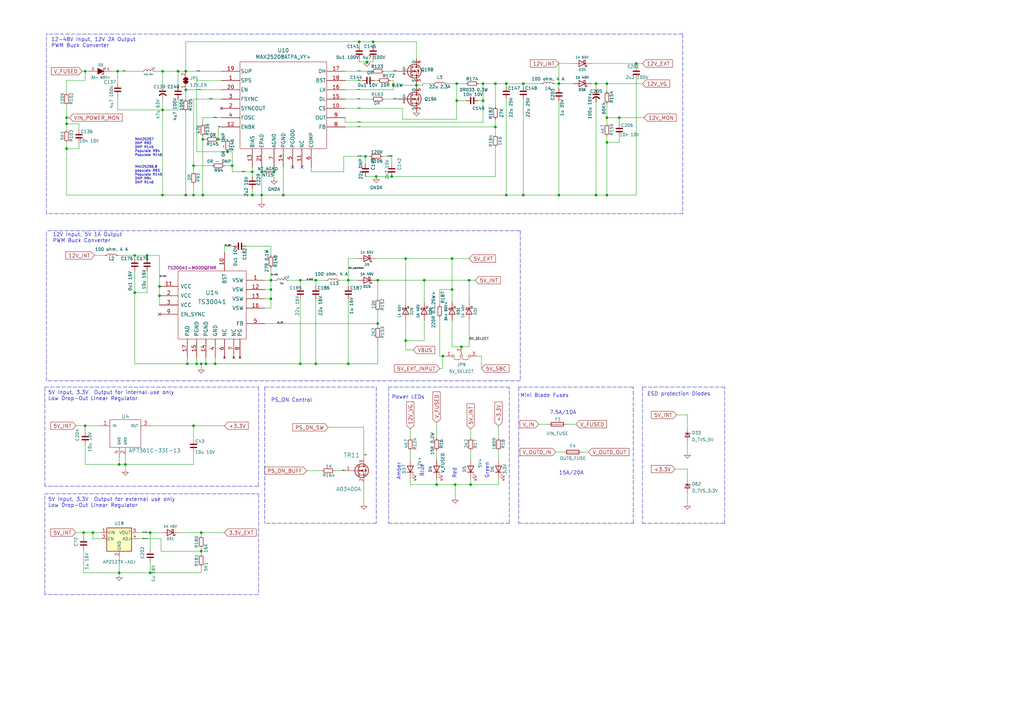
<source format=kicad_sch>
(kicad_sch (version 20211123) (generator eeschema)
  (paper "A3")
  (title_block (title "Duet 3 Main Board") (date "2022-10-05") (rev "1.02") (company "Duet3d") (comment 1 "(c) Duet3D"))
  (junction (at 193.04 198.755))
  (junction (at 248.92 80.01))
  (junction (at 76.2 29.21))
  (junction (at 27.305 48.26))
  (junction (at 80.645 149.225))
  (junction (at 203.2 34.29))
  (junction (at 76.2 80.01))
  (junction (at 84.455 149.225))
  (junction (at 27.305 50.8))
  (junction (at 55.245 104.775))
  (junction (at 83.185 80.01))
  (junction (at 160.655 72.39))
  (junction (at 89.535 57.15))
  (junction (at 79.375 67.945))
  (junction (at 48.895 190.5))
  (junction (at 154.94 132.715))
  (junction (at 82.55 218.44))
  (junction (at 142.875 114.935))
  (junction (at 185.42 118.745))
  (junction (at 79.375 174.625))
  (junction (at 207.645 80.01))
  (junction (at 65.405 121.285))
  (junction (at 198.12 34.29))
  (junction (at 111.125 122.555))
  (junction (at 107.315 80.01))
  (junction (at 65.405 117.475))
  (junction (at 173.99 114.935))
  (junction (at 34.925 174.625))
  (junction (at 185.42 106.045))
  (junction (at 95.25 67.945))
  (junction (at 129.54 114.935))
  (junction (at 179.07 198.755))
  (junction (at 73.025 29.21))
  (junction (at 82.55 226.06))
  (junction (at 170.815 34.925))
  (junction (at 254 48.26))
  (junction (at 142.875 149.225))
  (junction (at 207.645 34.29))
  (junction (at 198.12 41.275))
  (junction (at 153.035 17.145))
  (junction (at 161.29 34.925))
  (junction (at 116.205 80.01))
  (junction (at 203.2 52.07))
  (junction (at 76.2 36.83))
  (junction (at 154.94 114.935))
  (junction (at 82.55 149.225))
  (junction (at 66.675 80.01))
  (junction (at 76.835 149.225))
  (junction (at 149.86 64.135))
  (junction (at 187.325 34.29))
  (junction (at 166.37 139.7))
  (junction (at 66.675 29.21))
  (junction (at 48.895 234.95))
  (junction (at 88.265 149.225))
  (junction (at 248.92 48.26))
  (junction (at 244.475 34.29))
  (junction (at 93.345 62.23))
  (junction (at 55.245 120.015))
  (junction (at 61.595 218.44))
  (junction (at 123.19 149.225))
  (junction (at 79.375 80.01))
  (junction (at 83.185 57.15))
  (junction (at 244.475 80.01))
  (junction (at 27.305 60.96))
  (junction (at 34.925 29.21))
  (junction (at 147.32 17.145))
  (junction (at 248.92 58.42))
  (junction (at 248.92 34.29))
  (junction (at 214.63 34.29))
  (junction (at 187.325 41.275))
  (junction (at 103.505 70.485))
  (junction (at 103.505 80.01))
  (junction (at 107.315 70.485))
  (junction (at 123.19 114.935))
  (junction (at 192.405 114.935))
  (junction (at 60.325 104.775))
  (junction (at 51.435 190.5))
  (junction (at 150.495 25.4))
  (junction (at 229.235 34.29))
  (junction (at 189.23 142.24))
  (junction (at 111.125 118.745))
  (junction (at 112.395 70.485))
  (junction (at 129.54 149.225))
  (junction (at 66.675 45.085))
  (junction (at 34.29 218.44))
  (junction (at 229.235 80.01))
  (junction (at 181.61 146.05))
  (junction (at 111.125 114.935))
  (junction (at 61.595 234.95))
  (junction (at 48.26 29.21))
  (junction (at 260.985 26.035))
  (junction (at 186.69 198.755))
  (junction (at 38.1 218.44))
  (junction (at 154.305 72.39))
  (junction (at 166.37 106.045))
  (junction (at 214.63 80.01))
  (no_connect (at 65.405 128.905))
  (no_connect (at 90.805 44.45))
  (no_connect (at 123.825 68.58))
  (no_connect (at 120.015 68.58))
  (wire (pts (xy 170.815 34.29) (xy 170.815 34.925)))
  (wire (pts (xy 118.11 114.935) (xy 123.19 114.935)))
  (wire (pts (xy 111.125 100.965) (xy 100.965 100.965)))
  (wire (pts (xy 142.875 114.935) (xy 146.685 114.935)))
  (wire (pts (xy 73.025 40.64) (xy 73.025 45.085)))
  (wire (pts (xy 232.41 173.99) (xy 236.22 173.99)))
  (polyline (pts (xy 106.045 199.39) (xy 18.415 199.39)))
  (wire (pts (xy 89.535 52.07) (xy 90.805 52.07)))
  (wire (pts (xy 33.655 29.21) (xy 34.925 29.21)))
  (wire (pts (xy 161.29 33.02) (xy 160.02 33.02)))
  (wire (pts (xy 154.94 127.635) (xy 154.94 132.715)))
  (polyline (pts (xy 208.915 158.75) (xy 159.385 158.75)))
  (wire (pts (xy 153.035 17.145) (xy 153.035 19.05)))
  (wire (pts (xy 48.895 190.5) (xy 51.435 190.5)))
  (wire (pts (xy 141.605 40.64) (xy 152.4 40.64)))
  (wire (pts (xy 48.26 104.775) (xy 55.245 104.775)))
  (wire (pts (xy 56.515 220.98) (xy 66.04 220.98)))
  (wire (pts (xy 281.94 175.895) (xy 281.94 170.18)))
  (wire (pts (xy 60.325 104.775) (xy 65.405 104.775)))
  (wire (pts (xy 48.26 29.21) (xy 48.26 34.29)))
  (wire (pts (xy 66.675 40.64) (xy 66.675 45.085)))
  (wire (pts (xy 193.04 184.785) (xy 193.04 188.595)))
  (wire (pts (xy 79.375 174.625) (xy 79.375 180.34)))
  (wire (pts (xy 141.605 29.21) (xy 152.4 29.21)))
  (wire (pts (xy 34.925 190.5) (xy 34.925 182.245)))
  (wire (pts (xy 108.585 132.715) (xy 154.94 132.715)))
  (wire (pts (xy 89.535 57.15) (xy 93.345 57.15)))
  (wire (pts (xy 141.605 33.02) (xy 148.59 33.02)))
  (wire (pts (xy 129.54 149.225) (xy 142.875 149.225)))
  (wire (pts (xy 113.03 114.935) (xy 111.125 114.935)))
  (wire (pts (xy 214.63 80.01) (xy 207.645 80.01)))
  (polyline (pts (xy 18.415 158.75) (xy 106.045 158.75)))
  (wire (pts (xy 207.645 80.01) (xy 116.205 80.01)))
  (wire (pts (xy 260.985 26.035) (xy 260.985 27.305)))
  (wire (pts (xy 142.875 122.555) (xy 142.875 149.225)))
  (wire (pts (xy 187.325 34.29) (xy 191.135 34.29)))
  (wire (pts (xy 83.185 57.15) (xy 83.185 80.01)))
  (wire (pts (xy 153.035 24.13) (xy 153.035 25.4)))
  (wire (pts (xy 170.815 45.72) (xy 170.815 46.355)))
  (polyline (pts (xy 280.035 87.63) (xy 19.05 87.63)))
  (wire (pts (xy 214.63 34.29) (xy 222.25 34.29)))
  (wire (pts (xy 127.635 68.58) (xy 127.635 70.485)))
  (wire (pts (xy 27.305 50.8) (xy 27.305 53.34)))
  (wire (pts (xy 79.375 174.625) (xy 92.075 174.625)))
  (wire (pts (xy 90.805 40.64) (xy 79.375 40.64)))
  (wire (pts (xy 248.92 42.545) (xy 248.92 48.26)))
  (wire (pts (xy 76.2 29.21) (xy 90.805 29.21)))
  (wire (pts (xy 48.26 45.085) (xy 66.675 45.085)))
  (wire (pts (xy 207.645 34.29) (xy 207.645 35.56)))
  (wire (pts (xy 79.375 80.01) (xy 79.375 75.565)))
  (wire (pts (xy 95.25 62.23) (xy 95.25 67.945)))
  (wire (pts (xy 76.2 36.83) (xy 76.2 40.64)))
  (wire (pts (xy 248.92 80.01) (xy 244.475 80.01)))
  (polyline (pts (xy 208.915 214.63) (xy 208.915 158.75)))
  (wire (pts (xy 244.475 36.83) (xy 244.475 34.29)))
  (wire (pts (xy 61.595 234.95) (xy 82.55 234.95)))
  (wire (pts (xy 48.26 39.37) (xy 48.26 45.085)))
  (polyline (pts (xy 18.415 199.39) (xy 18.415 158.75)))
  (wire (pts (xy 166.37 143.51) (xy 169.545 143.51)))
  (wire (pts (xy 125.73 193.04) (xy 132.08 193.04)))
  (wire (pts (xy 207.645 34.29) (xy 214.63 34.29)))
  (wire (pts (xy 214.63 34.29) (xy 214.63 35.56)))
  (wire (pts (xy 27.305 80.01) (xy 66.675 80.01)))
  (wire (pts (xy 89.535 57.15) (xy 89.535 52.07)))
  (wire (pts (xy 166.37 139.7) (xy 166.37 143.51)))
  (wire (pts (xy 149.225 175.26) (xy 149.225 187.96)))
  (wire (pts (xy 196.215 34.29) (xy 198.12 34.29)))
  (wire (pts (xy 141.605 50.165) (xy 198.12 50.165)))
  (wire (pts (xy 204.47 198.755) (xy 204.47 196.215)))
  (wire (pts (xy 203.2 72.39) (xy 160.655 72.39)))
  (polyline (pts (xy 18.415 202.565) (xy 106.045 202.565)))
  (wire (pts (xy 60.325 104.775) (xy 55.245 104.775)))
  (polyline (pts (xy 108.585 158.75) (xy 154.305 158.75)))
  (wire (pts (xy 197.485 146.05) (xy 197.485 151.13)))
  (wire (pts (xy 170.815 17.145) (xy 170.815 24.13)))
  (wire (pts (xy 229.235 41.275) (xy 229.235 80.01)))
  (wire (pts (xy 173.99 139.7) (xy 166.37 139.7)))
  (polyline (pts (xy 263.525 158.75) (xy 297.18 158.75)))
  (wire (pts (xy 168.275 184.785) (xy 168.275 188.595)))
  (polyline (pts (xy 106.045 158.75) (xy 106.045 199.39)))
  (wire (pts (xy 147.32 17.145) (xy 153.035 17.145)))
  (wire (pts (xy 166.37 106.045) (xy 154.305 106.045)))
  (wire (pts (xy 156.845 64.135) (xy 160.655 64.135)))
  (wire (pts (xy 60.325 106.045) (xy 60.325 104.775)))
  (wire (pts (xy 79.375 67.945) (xy 86.995 67.945)))
  (wire (pts (xy 154.94 114.935) (xy 154.94 122.555)))
  (wire (pts (xy 79.375 40.64) (xy 79.375 67.945)))
  (wire (pts (xy 108.585 118.745) (xy 111.125 118.745)))
  (wire (pts (xy 160.655 64.135) (xy 160.655 67.31)))
  (wire (pts (xy 166.37 131.445) (xy 166.37 139.7)))
  (wire (pts (xy 229.235 34.29) (xy 227.33 34.29)))
  (wire (pts (xy 48.895 190.5) (xy 34.925 190.5)))
  (wire (pts (xy 88.265 149.225) (xy 84.455 149.225)))
  (wire (pts (xy 142.875 114.935) (xy 142.875 106.045)))
  (wire (pts (xy 207.645 40.64) (xy 207.645 80.01)))
  (wire (pts (xy 142.875 117.475) (xy 142.875 114.935)))
  (wire (pts (xy 179.07 173.355) (xy 179.07 179.705)))
  (wire (pts (xy 189.23 142.24) (xy 192.405 142.24)))
  (wire (pts (xy 181.61 146.05) (xy 181.61 151.13)))
  (polyline (pts (xy 213.36 94.615) (xy 213.36 156.21)))
  (wire (pts (xy 61.595 234.95) (xy 61.595 230.505)))
  (wire (pts (xy 83.185 80.01) (xy 79.375 80.01)))
  (wire (pts (xy 65.405 121.285) (xy 65.405 117.475)))
  (wire (pts (xy 281.94 196.85) (xy 281.94 192.405)))
  (wire (pts (xy 141.605 52.07) (xy 203.2 52.07)))
  (wire (pts (xy 34.925 174.625) (xy 41.275 174.625)))
  (polyline (pts (xy 159.385 158.75) (xy 159.385 214.63)))
  (wire (pts (xy 103.505 68.58) (xy 103.505 70.485)))
  (wire (pts (xy 185.42 118.745) (xy 185.42 123.825)))
  (wire (pts (xy 229.235 36.195) (xy 229.235 34.29)))
  (wire (pts (xy 149.86 64.135) (xy 149.86 67.31)))
  (wire (pts (xy 43.18 104.775) (xy 38.735 104.775)))
  (wire (pts (xy 48.895 234.95) (xy 48.895 228.6)))
  (wire (pts (xy 203.2 52.07) (xy 203.2 55.245)))
  (wire (pts (xy 79.375 185.42) (xy 79.375 190.5)))
  (wire (pts (xy 92.075 100.965) (xy 95.885 100.965)))
  (wire (pts (xy 84.455 149.225) (xy 84.455 146.685)))
  (wire (pts (xy 244.475 41.91) (xy 244.475 80.01)))
  (wire (pts (xy 82.55 224.79) (xy 82.55 226.06)))
  (wire (pts (xy 111.125 114.935) (xy 108.585 114.935)))
  (wire (pts (xy 147.32 17.145) (xy 76.2 17.145)))
  (wire (pts (xy 198.12 41.275) (xy 196.215 41.275)))
  (wire (pts (xy 108.585 122.555) (xy 111.125 122.555)))
  (wire (pts (xy 76.2 80.01) (xy 66.675 80.01)))
  (wire (pts (xy 182.88 146.05) (xy 181.61 146.05)))
  (wire (pts (xy 82.55 149.225) (xy 84.455 149.225)))
  (wire (pts (xy 76.2 36.83) (xy 90.805 36.83)))
  (wire (pts (xy 76.835 149.225) (xy 76.835 146.685)))
  (wire (pts (xy 180.34 146.05) (xy 181.61 146.05)))
  (wire (pts (xy 203.2 48.895) (xy 203.2 52.07)))
  (wire (pts (xy 27.305 33.02) (xy 27.305 38.1)))
  (wire (pts (xy 82.55 232.41) (xy 82.55 234.95)))
  (polyline (pts (xy 154.305 158.75) (xy 154.305 214.63)))
  (wire (pts (xy 242.57 26.035) (xy 260.985 26.035)))
  (wire (pts (xy 129.54 114.935) (xy 133.985 114.935)))
  (polyline (pts (xy 159.385 214.63) (xy 208.915 214.63)))
  (wire (pts (xy 112.395 70.485) (xy 112.395 73.025)))
  (wire (pts (xy 60.325 111.125) (xy 60.325 120.015)))
  (wire (pts (xy 197.485 146.05) (xy 195.58 146.05)))
  (wire (pts (xy 229.235 34.29) (xy 234.95 34.29)))
  (wire (pts (xy 51.435 190.5) (xy 51.435 187.325)))
  (wire (pts (xy 73.025 35.56) (xy 73.025 29.21)))
  (wire (pts (xy 103.505 70.485) (xy 103.505 72.39)))
  (wire (pts (xy 76.2 17.145) (xy 76.2 29.21)))
  (wire (pts (xy 186.69 198.755) (xy 193.04 198.755)))
  (wire (pts (xy 116.205 80.01) (xy 116.205 68.58)))
  (wire (pts (xy 260.985 32.385) (xy 260.985 80.01)))
  (wire (pts (xy 179.07 198.755) (xy 179.07 196.215)))
  (wire (pts (xy 170.815 35.56) (xy 170.815 34.925)))
  (wire (pts (xy 203.2 34.29) (xy 198.12 34.29)))
  (polyline (pts (xy 259.715 158.75) (xy 212.725 158.75)))
  (wire (pts (xy 48.895 234.95) (xy 61.595 234.95)))
  (polyline (pts (xy 18.415 243.84) (xy 18.415 202.565)))
  (wire (pts (xy 60.325 120.015) (xy 55.245 120.015)))
  (wire (pts (xy 182.88 34.29) (xy 187.325 34.29)))
  (wire (pts (xy 229.235 80.01) (xy 214.63 80.01)))
  (wire (pts (xy 55.245 106.045) (xy 55.245 104.775)))
  (wire (pts (xy 108.585 126.365) (xy 111.125 126.365)))
  (wire (pts (xy 112.395 68.58) (xy 112.395 70.485)))
  (wire (pts (xy 254 58.42) (xy 248.92 58.42)))
  (wire (pts (xy 129.54 114.935) (xy 123.19 114.935)))
  (wire (pts (xy 229.235 26.035) (xy 229.235 34.29)))
  (wire (pts (xy 111.125 126.365) (xy 111.125 122.555)))
  (wire (pts (xy 242.57 34.29) (xy 244.475 34.29)))
  (wire (pts (xy 142.875 106.045) (xy 146.685 106.045)))
  (wire (pts (xy 181.61 151.13) (xy 180.34 151.13)))
  (wire (pts (xy 180.34 118.745) (xy 185.42 118.745)))
  (wire (pts (xy 149.86 64.135) (xy 151.765 64.135)))
  (wire (pts (xy 51.435 193.675) (xy 51.435 190.5)))
  (wire (pts (xy 150.495 26.035) (xy 150.495 25.4)))
  (wire (pts (xy 65.405 125.095) (xy 65.405 121.285)))
  (wire (pts (xy 180.34 118.745) (xy 180.34 125.095)))
  (wire (pts (xy 248.92 55.88) (xy 248.92 58.42)))
  (wire (pts (xy 140.97 70.485) (xy 140.97 64.135)))
  (wire (pts (xy 157.48 29.21) (xy 163.195 29.21)))
  (wire (pts (xy 150.495 25.4) (xy 147.32 25.4)))
  (wire (pts (xy 82.55 226.06) (xy 66.04 226.06)))
  (wire (pts (xy 248.92 34.29) (xy 263.525 34.29)))
  (wire (pts (xy 244.475 80.01) (xy 229.235 80.01)))
  (wire (pts (xy 83.185 48.26) (xy 90.805 48.26)))
  (wire (pts (xy 227.965 185.42) (xy 231.14 185.42)))
  (wire (pts (xy 34.925 33.02) (xy 34.925 29.21)))
  (wire (pts (xy 82.55 219.71) (xy 82.55 218.44)))
  (wire (pts (xy 141.605 50.165) (xy 141.605 48.26)))
  (wire (pts (xy 123.19 117.475) (xy 123.19 114.935)))
  (wire (pts (xy 254 48.26) (xy 254 50.8)))
  (polyline (pts (xy 280.035 13.97) (xy 280.035 87.63)))
  (wire (pts (xy 63.5 29.21) (xy 66.675 29.21)))
  (polyline (pts (xy 106.045 243.84) (xy 18.415 243.84)))
  (wire (pts (xy 103.505 80.01) (xy 107.315 80.01)))
  (wire (pts (xy 147.32 19.05) (xy 147.32 17.145)))
  (polyline (pts (xy 297.18 214.63) (xy 297.18 158.75)))
  (wire (pts (xy 154.94 114.935) (xy 154.305 114.935)))
  (wire (pts (xy 193.04 175.895) (xy 193.04 179.705)))
  (wire (pts (xy 281.94 170.18) (xy 277.495 170.18)))
  (wire (pts (xy 142.875 114.935) (xy 139.065 114.935)))
  (wire (pts (xy 157.48 40.64) (xy 163.195 40.64)))
  (wire (pts (xy 179.07 198.755) (xy 186.69 198.755)))
  (polyline (pts (xy 19.05 87.63) (xy 19.05 13.97)))
  (wire (pts (xy 123.19 122.555) (xy 123.19 149.225)))
  (wire (pts (xy 140.97 64.135) (xy 149.86 64.135)))
  (wire (pts (xy 185.42 131.445) (xy 185.42 142.24)))
  (wire (pts (xy 82.55 226.06) (xy 82.55 227.33)))
  (wire (pts (xy 82.55 149.225) (xy 82.55 151.765)))
  (wire (pts (xy 185.42 106.045) (xy 166.37 106.045)))
  (wire (pts (xy 142.875 149.225) (xy 154.94 149.225)))
  (wire (pts (xy 192.405 114.935) (xy 192.405 123.825)))
  (wire (pts (xy 254 48.26) (xy 264.16 48.26)))
  (wire (pts (xy 147.32 25.4) (xy 147.32 24.13)))
  (polyline (pts (xy 108.585 158.75) (xy 108.585 214.63)))
  (wire (pts (xy 248.92 48.26) (xy 254 48.26)))
  (wire (pts (xy 193.04 198.755) (xy 193.04 196.215)))
  (wire (pts (xy 93.345 62.23) (xy 95.25 62.23)))
  (wire (pts (xy 65.405 117.475) (xy 65.405 104.775)))
  (wire (pts (xy 173.99 114.935) (xy 192.405 114.935)))
  (wire (pts (xy 123.19 149.225) (xy 129.54 149.225)))
  (wire (pts (xy 55.245 120.015) (xy 55.245 149.225)))
  (wire (pts (xy 238.76 185.42) (xy 241.3 185.42)))
  (polyline (pts (xy 263.525 158.75) (xy 263.525 214.63)))
  (wire (pts (xy 111.125 109.855) (xy 111.125 114.935)))
  (wire (pts (xy 281.94 201.93) (xy 281.94 207.645)))
  (wire (pts (xy 76.2 80.01) (xy 79.375 80.01)))
  (wire (pts (xy 90.805 33.02) (xy 80.645 33.02)))
  (wire (pts (xy 27.305 50.8) (xy 32.385 50.8)))
  (wire (pts (xy 173.355 34.29) (xy 173.355 34.925)))
  (wire (pts (xy 27.305 48.26) (xy 27.305 50.8)))
  (wire (pts (xy 80.645 149.225) (xy 82.55 149.225)))
  (wire (pts (xy 111.125 118.745) (xy 111.125 114.935)))
  (wire (pts (xy 46.355 29.21) (xy 48.26 29.21)))
  (wire (pts (xy 141.605 36.83) (xy 161.29 36.83)))
  (wire (pts (xy 27.305 43.18) (xy 27.305 48.26)))
  (wire (pts (xy 66.675 35.56) (xy 66.675 29.21)))
  (wire (pts (xy 173.99 114.935) (xy 173.99 123.825)))
  (wire (pts (xy 173.99 139.7) (xy 173.99 131.445)))
  (wire (pts (xy 165.1 48.895) (xy 187.325 48.895)))
  (wire (pts (xy 83.185 48.26) (xy 83.185 50.8)))
  (wire (pts (xy 168.275 175.895) (xy 168.275 179.705)))
  (wire (pts (xy 204.47 174.625) (xy 204.47 179.705)))
  (wire (pts (xy 198.12 50.165) (xy 198.12 41.275)))
  (polyline (pts (xy 19.05 156.21) (xy 19.05 94.615)))
  (wire (pts (xy 154.305 72.39) (xy 160.655 72.39)))
  (wire (pts (xy 111.125 122.555) (xy 111.125 118.745)))
  (wire (pts (xy 27.305 60.96) (xy 27.305 80.01)))
  (wire (pts (xy 95.25 70.485) (xy 103.505 70.485)))
  (wire (pts (xy 203.2 43.815) (xy 203.2 34.29)))
  (wire (pts (xy 34.925 177.165) (xy 34.925 174.625)))
  (wire (pts (xy 56.515 218.44) (xy 61.595 218.44)))
  (wire (pts (xy 204.47 184.785) (xy 204.47 188.595)))
  (wire (pts (xy 34.925 29.21) (xy 36.195 29.21)))
  (wire (pts (xy 179.07 198.755) (xy 168.275 198.755)))
  (wire (pts (xy 80.645 33.02) (xy 80.645 62.23)))
  (polyline (pts (xy 213.36 156.21) (xy 19.05 156.21)))
  (wire (pts (xy 76.2 45.72) (xy 76.2 80.01)))
  (polyline (pts (xy 263.525 214.63) (xy 297.18 214.63)))
  (wire (pts (xy 83.185 55.88) (xy 83.185 57.15)))
  (polyline (pts (xy 154.305 214.63) (xy 108.585 214.63)))
  (wire (pts (xy 88.265 146.685) (xy 88.265 149.225)))
  (wire (pts (xy 103.505 80.01) (xy 103.505 77.47)))
  (wire (pts (xy 141.605 44.45) (xy 165.1 44.45)))
  (wire (pts (xy 38.1 220.98) (xy 38.1 218.44)))
  (wire (pts (xy 166.37 106.045) (xy 166.37 123.825)))
  (wire (pts (xy 137.16 193.04) (xy 141.605 193.04)))
  (wire (pts (xy 38.1 218.44) (xy 41.275 218.44)))
  (wire (pts (xy 186.69 198.755) (xy 186.69 205.105)))
  (wire (pts (xy 192.405 131.445) (xy 192.405 142.24)))
  (wire (pts (xy 149.86 72.39) (xy 154.305 72.39)))
  (wire (pts (xy 61.595 174.625) (xy 79.375 174.625)))
  (wire (pts (xy 80.645 149.225) (xy 80.645 146.685)))
  (wire (pts (xy 220.98 173.99) (xy 224.79 173.99)))
  (wire (pts (xy 27.305 58.42) (xy 27.305 60.96)))
  (wire (pts (xy 107.315 70.485) (xy 107.315 68.58)))
  (wire (pts (xy 61.595 218.44) (xy 66.04 218.44)))
  (wire (pts (xy 134.62 175.26) (xy 149.225 175.26)))
  (wire (pts (xy 34.29 218.44) (xy 38.1 218.44)))
  (wire (pts (xy 198.12 34.29) (xy 198.12 41.275)))
  (wire (pts (xy 194.945 114.935) (xy 192.405 114.935)))
  (wire (pts (xy 48.26 29.21) (xy 58.42 29.21)))
  (wire (pts (xy 173.99 114.935) (xy 154.94 114.935)))
  (wire (pts (xy 32.385 50.8) (xy 32.385 53.34)))
  (polyline (pts (xy 259.715 214.63) (xy 259.715 158.75)))
  (wire (pts (xy 73.66 218.44) (xy 82.55 218.44)))
  (wire (pts (xy 185.42 106.045) (xy 192.405 106.045)))
  (wire (pts (xy 153.035 25.4) (xy 150.495 25.4)))
  (wire (pts (xy 248.92 58.42) (xy 248.92 80.01)))
  (wire (pts (xy 165.1 48.895) (xy 165.1 44.45)))
  (wire (pts (xy 95.25 67.945) (xy 95.25 70.485)))
  (wire (pts (xy 154.94 139.065) (xy 154.94 149.225)))
  (wire (pts (xy 61.595 225.425) (xy 61.595 218.44)))
  (wire (pts (xy 281.94 180.975) (xy 281.94 186.69)))
  (wire (pts (xy 48.895 187.325) (xy 48.895 190.5)))
  (wire (pts (xy 83.185 80.01) (xy 103.505 80.01)))
  (wire (pts (xy 55.245 149.225) (xy 76.835 149.225)))
  (wire (pts (xy 66.675 29.21) (xy 73.025 29.21)))
  (wire (pts (xy 187.325 41.275) (xy 191.135 41.275)))
  (wire (pts (xy 154.94 132.715) (xy 154.94 133.985)))
  (wire (pts (xy 168.275 198.755) (xy 168.275 196.215)))
  (wire (pts (xy 28.575 48.26) (xy 27.305 48.26)))
  (wire (pts (xy 244.475 34.29) (xy 248.92 34.29)))
  (wire (pts (xy 80.645 62.23) (xy 93.345 62.23)))
  (wire (pts (xy 127.635 70.485) (xy 140.97 70.485)))
  (wire (pts (xy 179.07 184.785) (xy 179.07 188.595)))
  (wire (pts (xy 185.42 106.045) (xy 185.42 118.745)))
  (wire (pts (xy 170.815 34.925) (xy 161.29 34.925)))
  (wire (pts (xy 41.275 220.98) (xy 38.1 220.98)))
  (wire (pts (xy 34.29 234.95) (xy 48.895 234.95)))
  (wire (pts (xy 107.315 80.01) (xy 116.205 80.01)))
  (wire (pts (xy 248.92 34.29) (xy 248.92 37.465)))
  (wire (pts (xy 129.54 117.475) (xy 129.54 114.935)))
  (polyline (pts (xy 280.035 13.97) (xy 19.05 13.97)))
  (wire (pts (xy 34.29 220.345) (xy 34.29 218.44)))
  (wire (pts (xy 229.235 26.035) (xy 234.95 26.035)))
  (wire (pts (xy 27.305 60.96) (xy 32.385 60.96)))
  (polyline (pts (xy 212.725 214.63) (xy 259.715 214.63)))
  (wire (pts (xy 79.375 67.945) (xy 79.375 70.485)))
  (wire (pts (xy 187.325 41.275) (xy 187.325 48.895)))
  (wire (pts (xy 79.375 190.5) (xy 51.435 190.5)))
  (wire (pts (xy 34.29 225.425) (xy 34.29 234.95)))
  (wire (pts (xy 83.185 57.15) (xy 84.455 57.15)))
  (wire (pts (xy 107.315 80.01) (xy 107.315 70.485)))
  (wire (pts (xy 153.67 33.02) (xy 154.94 33.02)))
  (wire (pts (xy 180.34 130.175) (xy 180.34 146.05)))
  (wire (pts (xy 161.29 34.925) (xy 161.29 36.83)))
  (wire (pts (xy 66.675 45.085) (xy 73.025 45.085)))
  (wire (pts (xy 32.385 60.96) (xy 32.385 58.42)))
  (wire (pts (xy 129.54 149.225) (xy 129.54 122.555)))
  (wire (pts (xy 107.315 80.01) (xy 107.315 83.82)))
  (wire (pts (xy 214.63 40.64) (xy 214.63 80.01)))
  (wire (pts (xy 260.985 26.035) (xy 263.525 26.035)))
  (polyline (pts (xy 106.045 202.565) (xy 106.045 243.84)))
  (wire (pts (xy 185.42 142.24) (xy 189.23 142.24)))
  (polyline (pts (xy 213.36 94.615) (xy 19.05 94.615)))
  (wire (pts (xy 73.025 29.21) (xy 76.2 29.21)))
  (wire (pts (xy 55.245 111.125) (xy 55.245 120.015)))
  (wire (pts (xy 173.355 34.29) (xy 177.8 34.29)))
  (wire (pts (xy 92.075 103.505) (xy 92.075 100.965)))
  (wire (pts (xy 66.04 220.98) (xy 66.04 226.06)))
  (wire (pts (xy 31.115 174.625) (xy 34.925 174.625)))
  (wire (pts (xy 260.985 80.01) (xy 248.92 80.01)))
  (wire (pts (xy 187.325 34.29) (xy 187.325 41.275)))
  (wire (pts (xy 161.29 34.925) (xy 161.29 33.02)))
  (wire (pts (xy 31.115 218.44) (xy 34.29 218.44)))
  (wire (pts (xy 111.125 100.965) (xy 111.125 104.775)))
  (wire (pts (xy 88.265 149.225) (xy 123.19 149.225)))
  (wire (pts (xy 48.895 234.95) (xy 48.895 236.855)))
  (wire (pts (xy 203.2 34.29) (xy 207.645 34.29)))
  (wire (pts (xy 203.2 60.325) (xy 203.2 72.39)))
  (wire (pts (xy 82.55 218.44) (xy 92.075 218.44)))
  (wire (pts (xy 66.675 80.01) (xy 66.675 45.085)))
  (wire (pts (xy 153.035 17.145) (xy 170.815 17.145)))
  (wire (pts (xy 193.04 198.755) (xy 204.47 198.755)))
  (wire (pts (xy 281.94 192.405) (xy 276.86 192.405)))
  (wire (pts (xy 27.305 33.02) (xy 34.925 33.02)))
  (wire (pts (xy 254 55.88) (xy 254 58.42)))
  (wire (pts (xy 92.075 67.945) (xy 95.25 67.945)))
  (wire (pts (xy 173.355 34.925) (xy 170.815 34.925)))
  (wire (pts (xy 149.225 198.12) (xy 149.225 207.645)))
  (wire (pts (xy 248.92 48.26) (xy 248.92 50.8)))
  (polyline (pts (xy 212.725 158.75) (xy 212.725 214.63)))
  (wire (pts (xy 80.645 149.225) (xy 76.835 149.225)))
  (text "Blue" (at 173.99 195.58 90) (effects (font (size 1.524 1.524)) (justify left bottom)))
  (text "5V Input, 3.3V  Output for internal use only\nLow Drop-Out Linear Regulator" (at 19.685 164.465 0) (effects (font (size 1.524 1.524)) (justify left bottom)))
  (text "5V Input, 3.3V  Output for external use only\nLow Drop-Out Linear Regulator" (at 19.685 208.28 0) (effects (font (size 1.524 1.524)) (justify left bottom)))
  (text "Mini Blade Fuses" (at 213.36 163.195 0) (effects (font (size 1.524 1.524)) (justify left bottom)))
  (text "15A/20A\n" (at 229.235 194.945 0) (effects (font (size 1.524 1.524)) (justify left bottom)))
  (text "12V Input, 5V 1A Output\nPWM Buck Converter" (at 21.59 99.695 0) (effects (font (size 1.524 1.524)) (justify left bottom)))
  (text "Amber" (at 164.465 196.85 90) (effects (font (size 1.524 1.524)) (justify left bottom)))
  (text "ESD protection Diodes" (at 265.43 162.56 0) (effects (font (size 1.524 1.524)) (justify left bottom)))
  (text "MAX25207\nDNP R93\nDNP R145\nPopulate R94\nPopulate R146\n\n\nMAX25206,8\npopulate R93\nPopulate R145\nDNP R94\nDNP R146" (at 55.245 75.565 0) (effects (font (size 1 1)) (justify left bottom)))
  (text "Green" (at 200.66 196.215 90) (effects (font (size 1.524 1.524)) (justify left bottom)))
  (text "Power LEDs" (at 160.655 163.83 0) (effects (font (size 1.524 1.524)) (justify left bottom)))
  (text "PS_ON Control" (at 111.125 165.1 0) (effects (font (size 1.524 1.524)) (justify left bottom)))
  (text "12-48V Input, 12V 2A Output\nPWM Buck Converter\n" (at 20.955 19.685 0) (effects (font (size 1.524 1.524)) (justify left bottom)))
  (text "7.5A/10A\n" (at 225.425 170.18 0) (effects (font (size 1.524 1.524)) (justify left bottom)))
  (text "Red" (at 187.325 196.215 90) (effects (font (size 1.524 1.524)) (justify left bottom)))
  (label "5_VOUT" (at 125.73 114.935 0) (effects (font (size 0.508 0.508))))
  (label "12v_sup" (at 80.645 29.21 0) (effects (font (size 0.2 0.2))))
  (label "12v_osc" (at 87.63 48.26 0) (effects (font (size 0.2 0.2))))
  (label "3V3_EXT_ADJ" (at 58.42 220.98 0) (effects (font (size 0.2032 0.2032))))
  (label "3V3_EXT_OUT" (at 58.42 218.44 0) (effects (font (size 0.2032 0.2032))))
  (label "12v_out" (at 146.685 50.165 0) (effects (font (size 0.2 0.2))))
  (label "5V_BST" (at 92.075 100.965 0) (effects (font (size 0.508 0.508))))
  (label "12V_dh" (at 146.685 29.21 0) (effects (font (size 0.2 0.2))))
  (label "5V_FB" (at 113.665 132.715 0) (effects (font (size 0.508 0.508))))
  (label "12v_lx" (at 146.685 36.83 0) (effects (font (size 0.2 0.2))))
  (label "12v_bias" (at 99.06 70.485 0) (effects (font (size 0.2 0.2))))
  (label "5V_VCC" (at 65.405 113.665 0) (effects (font (size 0.508 0.508))))
  (label "12v_dl" (at 146.685 40.64 0) (effects (font (size 0.2 0.2))))
  (label "12v_bst" (at 146.685 33.02 0) (effects (font (size 0.2 0.2))))
  (label "12v_en" (at 81.2618 36.83 0) (effects (font (size 0.2 0.2))))
  (label "5V_VSW" (at 111.125 113.03 0) (effects (font (size 0.508 0.508))))
  (label "12v_dlg" (at 161.29 40.64 0) (effects (font (size 0.2 0.2))))
  (label "enbk" (at 89.535 52.07 0) (effects (font (size 0.2 0.2))))
  (label "TR11_G" (at 140.335 193.04 0) (effects (font (size 0.2032 0.2032))))
  (label "12v_vin" (at 50.165 29.21 0) (effects (font (size 0.2 0.2))))
  (label "12v_dhg" (at 161.29 29.21 0) (effects (font (size 0.2 0.2))))
  (label "12v_comp" (at 146.685 64.135 0) (effects (font (size 0.2 0.2))))
  (label "12v_comp_cap" (at 158.75 64.135 0) (effects (font (size 0.2 0.2))))
  (label "12v_fsync" (at 85.725 40.64 0) (effects (font (size 0.2 0.2))))
  (label "TR11_D" (at 149.225 186.69 0) (effects (font (size 0.2032 0.2032))))
  (label "12v_fb" (at 146.685 52.07 0) (effects (font (size 0.2 0.2))))
  (label "5V_SELECT" (at 192.405 139.7 0) (effects (font (size 1 1))))
  (label "12v_cs" (at 146.685 44.45 0) (effects (font (size 0.2 0.2))))
  (label "5V_common" (at 142.875 110.49 0) (effects (font (size 0.7112 0.7112))))
  (global_label "12V_VG" (shape input) (at 168.275 175.895 90) (effects (font (size 1.524 1.524))) (property "Intersheet References" "${INTERSHEET_REFS}" (effects hide)))
  (global_label "12V_MON" (shape input) (at 264.16 48.26 0) (effects (font (size 1.524 1.524))) (property "Intersheet References" "${INTERSHEET_REFS}" (effects hide)))
  (global_label "5V_EXT_INPUT" (shape input) (at 180.34 151.13 180) (effects (font (size 1.524 1.524))) (property "Intersheet References" "${INTERSHEET_REFS}" (effects hide)))
  (global_label "5V_INT" (shape input) (at 277.495 170.18 180) (effects (font (size 1.524 1.524))) (property "Intersheet References" "${INTERSHEET_REFS}" (effects hide)))
  (global_label "12V_INT" (shape input) (at 229.235 26.035 180) (effects (font (size 1.524 1.524))) (property "Intersheet References" "${INTERSHEET_REFS}" (effects hide)))
  (global_label "12V_EXT" (shape input) (at 263.525 26.035 0) (effects (font (size 1.524 1.524))) (property "Intersheet References" "${INTERSHEET_REFS}" (effects hide)))
  (global_label "VIN_POWER_MON" (shape input) (at 28.575 48.26 0) (effects (font (size 1.524 1.524))) (property "Intersheet References" "${INTERSHEET_REFS}" (effects hide)))
  (global_label "5V_INT" (shape input) (at 193.04 175.895 90) (effects (font (size 1.524 1.524))) (property "Intersheet References" "${INTERSHEET_REFS}" (effects hide)))
  (global_label "V_FUSED" (shape input) (at 33.655 29.21 180) (effects (font (size 1.524 1.524))) (property "Intersheet References" "${INTERSHEET_REFS}" (effects hide)))
  (global_label "VBUS" (shape input) (at 169.545 143.51 0) (effects (font (size 1.524 1.524))) (property "Intersheet References" "${INTERSHEET_REFS}" (effects hide)))
  (global_label "V_FUSED" (shape input) (at 236.22 173.99 0) (effects (font (size 1.524 1.524))) (property "Intersheet References" "${INTERSHEET_REFS}" (effects hide)))
  (global_label "5V_SBC" (shape input) (at 197.485 151.13 0) (effects (font (size 1.524 1.524))) (property "Intersheet References" "${INTERSHEET_REFS}" (effects hide)))
  (global_label "12V_VG" (shape input) (at 263.525 34.29 0) (effects (font (size 1.524 1.524))) (property "Intersheet References" "${INTERSHEET_REFS}" (effects hide)))
  (global_label "5V_INT" (shape input) (at 31.115 174.625 180) (effects (font (size 1.524 1.524))) (property "Intersheet References" "${INTERSHEET_REFS}" (effects hide)))
  (global_label "+3.3V" (shape input) (at 204.47 174.625 90) (effects (font (size 1.524 1.524))) (property "Intersheet References" "${INTERSHEET_REFS}" (effects hide)))
  (global_label "+3.3V" (shape input) (at 276.86 192.405 180) (effects (font (size 1.524 1.524))) (property "Intersheet References" "${INTERSHEET_REFS}" (effects hide)))
  (global_label "5V_INT" (shape input) (at 31.115 218.44 180) (effects (font (size 1.524 1.524))) (property "Intersheet References" "${INTERSHEET_REFS}" (effects hide)))
  (global_label "V_OUT0_OUT" (shape input) (at 241.3 185.42 0) (effects (font (size 1.524 1.524))) (property "Intersheet References" "${INTERSHEET_REFS}" (effects hide)))
  (global_label "+3.3V" (shape input) (at 92.075 174.625 0) (effects (font (size 1.524 1.524))) (property "Intersheet References" "${INTERSHEET_REFS}" (effects hide)))
  (global_label "PS_ON_SW" (shape input) (at 134.62 175.26 180) (effects (font (size 1.524 1.524))) (property "Intersheet References" "${INTERSHEET_REFS}" (effects hide)))
  (global_label "5V_INT" (shape input) (at 194.945 114.935 0) (effects (font (size 1.524 1.524))) (property "Intersheet References" "${INTERSHEET_REFS}" (effects hide)))
  (global_label "V_FUSED" (shape input) (at 179.07 173.355 90) (effects (font (size 1.524 1.524))) (property "Intersheet References" "${INTERSHEET_REFS}" (effects hide)))
  (global_label "PS_ON_BUFF" (shape input) (at 125.73 193.04 180) (effects (font (size 1.524 1.524))) (property "Intersheet References" "${INTERSHEET_REFS}" (effects hide)))
  (global_label "V_OUT0_IN" (shape input) (at 227.965 185.42 180) (effects (font (size 1.524 1.524))) (property "Intersheet References" "${INTERSHEET_REFS}" (effects hide)))
  (global_label "12V_INT" (shape input) (at 38.735 104.775 180) (effects (font (size 1.524 1.524))) (property "Intersheet References" "${INTERSHEET_REFS}" (effects hide)))
  (global_label "5V_EXT" (shape input) (at 192.405 106.045 0) (effects (font (size 1.524 1.524))) (property "Intersheet References" "${INTERSHEET_REFS}" (effects hide)))
  (global_label "V_IN" (shape input) (at 220.98 173.99 180) (effects (font (size 1.524 1.524))) (property "Intersheet References" "${INTERSHEET_REFS}" (effects hide)))
  (global_label "3.3V_EXT" (shape input) (at 92.075 218.44 0) (effects (font (size 1.524 1.524))) (property "Intersheet References" "${INTERSHEET_REFS}" (effects hide)))
  (symbol (lib_id "Duet3:C_SMALL") (at 79.375 182.88 0) (unit 1)
    (property "Reference" "C43" (at 80.01 180.975 0) (effects (justify left)))
    (property "Value" "10u 10V" (at 80.01 185.42 0) (effects (justify left)))
    (property "Footprint" "Capacitor_SMD:C_0805_2012Metric" (effects hide))
    (property "Part Number" "LMK212BJ106KG-T" (effects hide))
  )
  (symbol (lib_id "Device:Fuse") (at 228.6 173.99 270) (unit 1)
    (property "Reference" "F1" (at 228.854 171.958 90))
    (property "Value" "VIN_FUSE" (at 228.6 177.8 90))
    (property "Footprint" "complib:MCCQ-122-minibladefuseholder" (effects hide))
    (property "Part Number" "MCCQ-122 - 15A fitted" (effects hide))
  )
  (symbol (lib_id "Device:LED") (at 204.47 192.405 90) (unit 1)
    (property "Reference" "D6" (at 201.93 192.405 0))
    (property "Value" "3.3V" (at 207.01 192.405 0))
    (property "Footprint" "LED_SMD:LED_0603_1608Metric" (effects hide))
    (property "Part Number" "150060VS75000  or equivalent Green" (effects hide))
  )
  (symbol (lib_id "Device:LED") (at 193.04 192.405 90) (unit 1)
    (property "Reference" "D5" (at 190.5 192.405 0))
    (property "Value" "5V+" (at 196.85 189.865 0))
    (property "Footprint" "LED_SMD:LED_0603_1608Metric" (effects hide))
    (property "Part Number" "150060RS75000 or equivalent Red" (effects hide))
  )
  (symbol (lib_name "GND_1") (lib_id "Duet3:GND") (at 186.69 205.105 0) (unit 1)
    (property "Reference" "#PWR038" (effects hide))
    (property "Value" "GND" (effects hide))
  )
  (symbol (lib_id "Device:LED") (at 179.07 192.405 90) (unit 1)
    (property "Reference" "D4" (at 176.53 192.405 0))
    (property "Value" "V_FUSED" (at 181.61 189.865 0))
    (property "Footprint" "LED_SMD:LED_0603_1608Metric" (effects hide))
    (property "Part Number" "150060BS75000  or equivalent Blue" (effects hide))
  )
  (symbol (lib_id "Duet3:AP7361C-33E-13-Duet2") (at 51.435 178.435 0) (unit 1)
    (property "Reference" "U4" (at 51.435 170.815 0) (effects (font (size 1.524 1.524))))
    (property "Value" "AP7361C-33E-13" (at 52.705 184.785 0) (effects (font (size 1.524 1.524)) (justify left)))
    (property "Footprint" "Package_TO_SOT_SMD:SOT-223" (effects hide))
    (property "Part Number" "AP7361C-33E-13" (effects hide))
  )
  (symbol (lib_name "GND_6") (lib_id "Duet3:GND") (at 51.435 193.675 0) (unit 1)
    (property "Reference" "#PWR036" (effects hide))
    (property "Value" "GND" (effects hide))
  )
  (symbol (lib_id "Device:R_Small") (at 179.07 182.245 0) (unit 1)
    (property "Reference" "R16" (at 180.975 182.0418 90))
    (property "Value" "15K 0.2W" (at 177.3428 181.9402 90))
    (property "Footprint" "Resistor_SMD:R_0603_1608Metric_Wbry" (effects hide))
    (property "Part Number" "RCC060315K0FKEA" (effects hide))
    (property "Rating" "0.2W" (effects hide))
  )
  (symbol (lib_id "Device:R_Small") (at 193.04 182.245 0) (unit 1)
    (property "Reference" "R17" (at 194.945 182.0418 90))
    (property "Value" "2K2" (at 191.3128 181.9402 90))
    (property "Footprint" "Resistor_SMD:R_0402_1005Metric_Wbry" (effects hide))
    (property "Part Number" "RK73H1ETTP2201F" (effects hide))
  )
  (symbol (lib_id "Device:R_Small") (at 204.47 182.245 0) (unit 1)
    (property "Reference" "R18" (at 206.375 182.0418 90))
    (property "Value" "180R" (at 202.7428 181.9402 90))
    (property "Footprint" "Resistor_SMD:R_0402_1005Metric_Wbry" (effects hide))
    (property "Part Number" "RMCF0402FT180R" (effects hide))
  )
  (symbol (lib_id "Device:Fuse") (at 234.95 185.42 90) (unit 1)
    (property "Reference" "F4" (at 234.95 182.88 90))
    (property "Value" "OUT0_FUSE" (at 234.95 187.96 90))
    (property "Footprint" "complib:MCCQ-122-minibladefuseholder" (effects hide))
    (property "Part Number" "MCCQ-122 - 15A Fitted" (effects hide))
  )
  (symbol (lib_id "Device:R_Small") (at 203.2 46.355 0) (unit 1)
    (property "Reference" "R182" (at 201.295 46.355 90))
    (property "Value" "27K" (at 205.74 46.355 90))
    (property "Footprint" "Resistor_SMD:R_0402_1005Metric_Wbry" (effects hide))
    (property "Part Number" "RMCF0402FT27K0" (effects hide))
  )
  (symbol (lib_id "Device:R_Small") (at 203.2 57.785 0) (unit 1)
    (property "Reference" "R184" (at 201.295 57.785 90))
    (property "Value" "1K6" (at 205.105 57.785 90))
    (property "Footprint" "Resistor_SMD:R_0402_1005Metric_Wbry" (effects hide))
    (property "Part Number" "RMCF0402FT1K60" (effects hide))
  )
  (symbol (lib_name "GND_8") (lib_id "Duet3:GND") (at 48.895 236.855 0) (unit 1)
    (property "Reference" "#PWR085" (effects hide))
    (property "Value" "GND" (effects hide))
  )
  (symbol (lib_id "Regulator_Linear:AP2127K-ADJ") (at 48.895 220.98 0) (unit 1)
    (property "Reference" "U18" (at 48.895 214.63 0))
    (property "Value" "AP2127K-ADJ" (at 48.895 230.505 0))
    (property "Footprint" "Package_TO_SOT_SMD:SOT-23-5" (effects hide))
    (property "Part Number" "AP2127K-ADJTRG1" (effects hide))
  )
  (symbol (lib_id "Duet3:C_SMALL") (at 34.29 222.885 0) (unit 1)
    (property "Reference" "C72" (at 31.115 224.155 90) (effects (justify left)))
    (property "Value" "1u 16V" (at 35.56 233.68 90) (effects (justify left)))
    (property "Footprint" "Capacitor_SMD:C_0603_1608Metric_Wbry" (effects hide))
    (property "Part Number" "CL10A105KO8NNNC" (effects hide))
  )
  (symbol (lib_id "Duet3:C_SMALL") (at 61.595 227.965 0) (unit 1)
    (property "Reference" "C202" (at 58.42 229.235 90) (effects (justify left)))
    (property "Value" "1u 16V" (at 62.865 238.76 90) (effects (justify left)))
    (property "Footprint" "Capacitor_SMD:C_0603_1608Metric_Wbry" (effects hide))
    (property "Part Number" "CL10A105KO8NNNC" (effects hide))
  )
  (symbol (lib_id "Device:R_Small") (at 82.55 222.25 0) (unit 1)
    (property "Reference" "R180" (at 80.645 222.25 90))
    (property "Value" "16K" (at 84.455 224.79 90))
    (property "Footprint" "Resistor_SMD:R_0402_1005Metric_Wbry" (effects hide))
    (property "Part Number" "RMCF0402FT16K0" (effects hide))
  )
  (symbol (lib_id "Device:R_Small") (at 82.55 229.87 0) (unit 1)
    (property "Reference" "R181" (at 80.645 229.87 90))
    (property "Value" "5K1" (at 84.455 232.41 90))
    (property "Footprint" "Resistor_SMD:R_0402_1005Metric_Wbry" (effects hide))
    (property "Part Number" "RMCF0402FT5K10" (effects hide))
  )
  (symbol (lib_id "Device:R_Small") (at 180.34 127.635 0) (unit 1)
    (property "Reference" "R187" (at 181.61 121.92 90))
    (property "Value" "220R 0.1.25W+" (at 177.8 127 90))
    (property "Footprint" "Resistor_SMD:R_0402_1005Metric_Wbry" (effects hide))
    (property "Part Number" "RMCP0402FT220R" (effects hide))
  )
  (symbol (lib_id "Duet3:C_SMALL") (at 34.925 179.705 0) (unit 1)
    (property "Reference" "C204" (at 31.75 180.975 90) (effects (justify left)))
    (property "Value" "10u 10V" (at 36.83 185.42 90) (effects (justify left)))
    (property "Footprint" "Capacitor_SMD:C_0805_2012Metric" (effects hide))
    (property "Part Number" "LMK212BJ106KG-T" (effects hide))
  )
  (symbol (lib_id "Device:D_Schottky") (at 69.85 218.44 180) (unit 1)
    (property "Reference" "D21" (at 69.85 220.98 0) (effects (font (size 1.016 1.016))))
    (property "Value" "1A 40V" (at 69.85 215.9 0) (effects (font (size 1.016 1.016))))
    (property "Footprint" "Diode_SMD:D_SOD-123F" (effects hide))
    (property "Part Number" "DSS14UTR or RB162MM-40TR or similar (can also use DSS16UTR )" (effects hide))
  )
  (symbol (lib_id "Device:LED") (at 168.275 192.405 90) (unit 1)
    (property "Reference" "D37" (at 165.735 192.405 0))
    (property "Value" "12V+" (at 172.085 189.865 0))
    (property "Footprint" "LED_SMD:LED_0603_1608Metric" (effects hide))
    (property "Part Number" "150060AS75000 or equivalent Amber" (effects hide))
  )
  (symbol (lib_id "Device:R_Small") (at 168.275 182.245 0) (unit 1)
    (property "Reference" "R124" (at 170.18 182.0418 90))
    (property "Value" "4K7" (at 166.5478 181.9402 90))
    (property "Footprint" "Resistor_SMD:R_0402_1005Metric_Wbry" (effects hide))
    (property "Part Number" "RK73H1ETTP4701F" (effects hide))
  )
  (symbol (lib_id "Duet3:L_MINI") (at 45.72 104.775 180) (unit 1)
    (property "Reference" "L2" (at 45.72 106.045 0))
    (property "Value" "100 ohm, 4 A" (at 45.72 102.235 0))
    (property "Footprint" "Inductor_SMD:L_0805_2012Metric" (effects hide))
    (property "Part Number" "742792025, MPZ2012S101A or similar" (effects hide))
  )
  (symbol (lib_id "Duet3:C_SMALL") (at 98.425 100.965 270) (unit 1)
    (property "Reference" "C182" (at 100.33 101.6 0) (effects (justify left)))
    (property "Value" "0u1 10V" (at 96.52 100.965 0) (effects (justify left)))
    (property "Footprint" "Capacitor_SMD:C_0402_1005Metric_Wbry" (effects hide))
    (property "Part Number" "CL05A104KP5NNNC" (effects hide))
  )
  (symbol (lib_id "Duet3:C_SMALL") (at 60.325 108.585 0) (unit 1)
    (property "Reference" "C178" (at 55.88 106.045 0) (effects (justify left)))
    (property "Value" "10u 16V" (at 59.055 118.745 90) (effects (justify left)))
    (property "Footprint" "Capacitor_SMD:C_0805_2012Metric" (effects hide))
    (property "Part Number" "CL21A106KOCLRNC" (effects hide))
  )
  (symbol (lib_id "Duet3:L_MINI") (at 136.525 114.935 180) (unit 1)
    (property "Reference" "L13" (at 137.16 116.205 0))
    (property "Value" "100 ohm, 4 A" (at 135.89 112.395 0))
    (property "Footprint" "Inductor_SMD:L_0805_2012Metric" (effects hide))
    (property "Part Number" "742792025, MPZ2012S101A or similar" (effects hide))
  )
  (symbol (lib_id "Duet3:L_MINI") (at 115.57 114.935 180) (unit 1)
    (property "Reference" "L12" (at 117.475 113.665 0) (effects (font (size 0.762 0.762))))
    (property "Value" "10u" (at 115.57 116.205 0) (effects (font (size 0.5588 0.5588))))
    (property "Footprint" "Inductor_SMD:L_Wuerth_7440405xxxx" (effects hide))
    (property "Part Number" "74404054100 or similar 10u" (effects hide))
  )
  (symbol (lib_id "Duet3:C_SMALL") (at 55.245 108.585 0) (unit 1)
    (property "Reference" "C176" (at 49.53 106.045 0) (effects (justify left)))
    (property "Value" "0u1 16V" (at 53.34 119.38 90) (effects (justify left)))
    (property "Footprint" "Capacitor_SMD:C_0402_1005Metric_Wbry" (effects hide))
    (property "Part Number" "CL05B104KO5NNNC" (effects hide))
  )
  (symbol (lib_id "Duet3:C_SMALL") (at 142.875 120.015 0) (unit 1)
    (property "Reference" "C187" (at 143.51 118.11 0) (effects (justify left)))
    (property "Value" "1u 16V" (at 144.145 128.905 90) (effects (justify left)))
    (property "Footprint" "Capacitor_SMD:C_0603_1608Metric_Wbry" (effects hide))
    (property "Part Number" "CL10A105KO8NNNC" (effects hide))
  )
  (symbol (lib_id "Duet3:TS30042") (at 86.995 125.095 0) (unit 1)
    (property "Reference" "U14" (at 86.995 120.015 0) (effects (font (size 1.778 1.778))))
    (property "Value" "TS30041" (at 86.995 123.825 0) (effects (font (size 1.778 1.778))))
    (property "Footprint" "Package_DFN_QFN:QFN-16-1EP_3x3mm_P0.5mm_EP1.8x1.8mm" (effects hide))
    (property "Part Number" "TS30041-M000QFNR" (at 78.74 109.855 0))
    (property "Rating" "Adj (set to 12V) 1A" (effects hide))
  )
  (symbol (lib_id "Device:D_Schottky") (at 238.76 26.035 180) (unit 1)
    (property "Reference" "D35" (at 238.76 28.575 0) (effects (font (size 1.016 1.016))))
    (property "Value" "1A 60V" (at 238.76 23.495 0) (effects (font (size 1.016 1.016))))
    (property "Footprint" "Diode_SMD:D_SOD-123F" (effects hide))
    (property "Part Number" "DSS16UTR " (effects hide))
  )
  (symbol (lib_id "Device:R_Small") (at 154.94 125.095 0) (unit 1)
    (property "Reference" "R152" (at 156.845 124.8918 90))
    (property "Value" "10K" (at 153.2128 124.7902 90))
    (property "Footprint" "Resistor_SMD:R_0402_1005Metric_Wbry" (effects hide))
    (property "Part Number" "RMCF0402FT10K0" (effects hide))
  )
  (symbol (lib_id "Device:R_Small") (at 154.94 136.525 0) (unit 1)
    (property "Reference" "R153" (at 156.845 136.3218 90))
    (property "Value" "2K2" (at 153.2128 136.2202 90))
    (property "Footprint" "Resistor_SMD:R_0402_1005Metric_Wbry" (effects hide))
    (property "Part Number" "RK73H1ETTP2201F" (effects hide))
  )
  (symbol (lib_id "Duet3:C_SMALL") (at 123.19 120.015 0) (unit 1)
    (property "Reference" "C185" (at 118.745 118.11 0) (effects (justify left)))
    (property "Value" "22u 16V" (at 121.92 129.54 90) (effects (justify left)))
    (property "Footprint" "Capacitor_SMD:C_0805_2012Metric" (effects hide))
    (property "Part Number" "CL21A226MOQNNNE" (effects hide))
  )
  (symbol (lib_id "Duet3:C_SMALL") (at 129.54 120.015 0) (unit 1)
    (property "Reference" "C186" (at 130.175 118.11 0) (effects (justify left)))
    (property "Value" "22u 16V" (at 131.445 129.54 90) (effects (justify left)))
    (property "Footprint" "Capacitor_SMD:C_0805_2012Metric" (effects hide))
    (property "Part Number" "CL21A226MOQNNNE" (effects hide))
  )
  (symbol (lib_id "Device:R_Small") (at 111.125 107.315 0) (unit 1)
    (property "Reference" "R148" (at 113.03 107.1118 90))
    (property "Value" "27R 0.1W" (at 109.3978 107.0102 90))
    (property "Footprint" "Resistor_SMD:R_0402_1005Metric_Wbry" (effects hide))
    (property "Part Number" "ERJ-2RKF27R0X" (effects hide))
  )
  (symbol (lib_id "Device:D_Schottky") (at 238.76 34.29 180) (unit 1)
    (property "Reference" "D36" (at 238.76 36.83 0) (effects (font (size 1.016 1.016))))
    (property "Value" "1A 40V" (at 238.76 31.75 0) (effects (font (size 1.016 1.016))))
    (property "Footprint" "Diode_SMD:D_SOD-123F" (effects hide))
    (property "Part Number" "DSS14UTR or RB162MM-40TR or similar (can also use DSS16UTR )" (effects hide))
  )
  (symbol (lib_id "Device:R_Small") (at 248.92 40.005 0) (unit 1)
    (property "Reference" "R154" (at 250.825 39.8018 90))
    (property "Value" "60K4" (at 247.65 44.45 90))
    (property "Footprint" "Resistor_SMD:R_0402_1005Metric_Wbry" (effects hide))
    (property "Part Number" "RMCF0402FT60K4" (effects hide))
  )
  (symbol (lib_id "Device:R_Small") (at 248.92 53.34 0) (unit 1)
    (property "Reference" "R155" (at 250.825 53.1368 90))
    (property "Value" "4K7" (at 247.1928 53.0352 90))
    (property "Footprint" "Resistor_SMD:R_0402_1005Metric_Wbry" (effects hide))
    (property "Part Number" "RK73H1ETTP4701F" (effects hide))
  )
  (symbol (lib_id "Duet3:C_SMALL") (at 254 53.34 0) (unit 1)
    (property "Reference" "C206" (at 254.635 51.435 0) (effects (justify left)))
    (property "Value" "10n 10V" (at 254 55.245 0) (effects (justify left)))
    (property "Footprint" "Capacitor_SMD:C_0402_1005Metric_Wbry" (effects hide))
    (property "Part Number" "C0402C103K8RAC7867" (effects hide))
  )
  (symbol (lib_id "Duet3:C_POL") (at 244.475 39.37 0) (unit 1)
    (property "Reference" "C205" (at 241.935 37.465 0) (effects (justify left)))
    (property "Value" "100u 16V+" (at 241.935 48.895 90) (effects (justify left)))
    (property "Footprint" "Capacitor_SMD:CP_Elec_6.3x7.7" (effects hide))
    (property "Part Number" "865080545012 (16V version can be used)" (effects hide))
  )
  (symbol (lib_id "Device:Q_NMOS_GSD") (at 146.685 193.04 0) (unit 1)
    (property "Reference" "TR11" (at 144.2212 186.69 0) (effects (font (size 1.778 1.778))))
    (property "Value" "AO3400A" (at 142.9512 200.5838 0) (effects (font (size 1.524 1.524))))
    (property "Footprint" "complib:SOT-23_AO3400A" (effects hide))
    (property "Part Number" "AO3400A or similar (PMV20XNER, PMV40UN2)" (effects hide))
  )
  (symbol (lib_id "Duet3:CDBA540") (at 41.275 29.21 0) (unit 1)
    (property "Reference" "D3" (at 41.275 26.67 0) (effects (font (size 1.016 1.016))))
    (property "Value" "3A+ 60V+" (at 41.275 31.75 0) (effects (font (size 1.016 1.016))))
    (property "Footprint" "Diode_SMD:D_SMA" (effects hide))
    (property "Part Number" "CDBA360-HF, VSSA310SHM3_A/H" (effects hide))
  )
  (symbol (lib_id "Duet3:C_SMALL") (at 48.26 36.83 0) (unit 1)
    (property "Reference" "C137" (at 42.545 33.655 0) (effects (justify left)))
    (property "Value" "4u7 100V" (at 45.72 44.45 90) (effects (justify left)))
    (property "Footprint" "Capacitor_SMD:C_1206_3216Metric" (effects hide))
    (property "Part Number" "GRM31CC72A475KE11L" (effects hide))
  )
  (symbol (lib_id "Duet3:C_SMALL") (at 207.645 38.1 0) (unit 1)
    (property "Reference" "C147" (at 208.28 36.195 0) (effects (justify left)))
    (property "Value" "22u 25V" (at 209.55 48.26 90) (effects (justify left)))
    (property "Footprint" "Capacitor_SMD:C_0805_2012Metric" (effects hide))
    (property "Part Number" "GRM21BR61E226ME44L" (effects hide))
  )
  (symbol (lib_id "Duet3:C_SMALL") (at 147.32 21.59 0) (unit 1)
    (property "Reference" "C141" (at 142.24 19.05 0) (effects (justify left)))
    (property "Value" "0u1 100V" (at 137.795 23.495 0) (effects (justify left)))
    (property "Footprint" "Capacitor_SMD:C_0603_1608Metric_Wbry" (effects hide))
    (property "Part Number" "HMK107B7104MA-T or similar" (effects hide))
  )
  (symbol (lib_id "Device:R_Small") (at 27.305 40.64 0) (unit 1)
    (property "Reference" "R102" (at 29.21 40.4368 90))
    (property "Value" "100K" (at 25.5778 40.3352 90))
    (property "Footprint" "Resistor_SMD:R_0402_1005Metric_Wbry" (effects hide))
    (property "Part Number" "RMCF0402FT100K" (effects hide))
  )
  (symbol (lib_id "Device:R_Small") (at 27.305 55.88 0) (unit 1)
    (property "Reference" "R103" (at 29.21 55.6768 90))
    (property "Value" "5K1" (at 25.5778 55.5752 90))
    (property "Footprint" "Resistor_SMD:R_0402_1005Metric_Wbry" (effects hide))
    (property "Part Number" "RMCF0402FT5K10" (effects hide))
  )
  (symbol (lib_id "Duet3:C_SMALL") (at 32.385 55.88 0) (unit 1)
    (property "Reference" "C136" (at 33.02 53.975 0) (effects (justify left)))
    (property "Value" "10n 10V" (at 32.385 57.785 0) (effects (justify left)))
    (property "Footprint" "Capacitor_SMD:C_0402_1005Metric_Wbry" (effects hide))
    (property "Part Number" "C0402C103K8RAC7867" (effects hide))
  )
  (symbol (lib_id "Duet3:L_MINI") (at 60.96 29.21 180) (unit 1)
    (property "Reference" "L1" (at 62.865 27.94 0) (effects (font (size 0.762 0.762))))
    (property "Value" "1uH, 2A+" (at 60.96 30.48 0) (effects (font (size 0.5588 0.5588))))
    (property "Footprint" "Inductor_SMD:L_1008_2512Metric" (effects hide))
    (property "Part Number" "BDCD002520121R0MS1 preferred (alternative: SRN2512-1R0M)" (effects hide))
  )
  (symbol (lib_name "GND_7") (lib_id "Duet3:GND") (at 107.315 83.82 0) (unit 1)
    (property "Reference" "#PWR041" (effects hide))
    (property "Value" "GND" (effects hide))
  )
  (symbol (lib_id "Duet3:L_MINI") (at 180.34 34.29 180) (unit 1)
    (property "Reference" "L3" (at 180.34 31.75 0))
    (property "Value" "22u 2.3A" (at 180.34 35.56 0))
    (property "Footprint" "Inductor_SMD:L_Wuerth_WE-TPC-744071220" (effects hide))
    (property "Part Number" "744071220" (effects hide))
  )
  (symbol (lib_id "Device:R_Small") (at 154.305 64.135 270) (unit 1)
    (property "Reference" "R106" (at 154.5082 66.04 90))
    (property "Value" "120K" (at 154.6098 62.4078 90))
    (property "Footprint" "Resistor_SMD:R_0402_1005Metric_Wbry" (effects hide))
    (property "Part Number" "RMCF0402FT120K" (effects hide))
  )
  (symbol (lib_id "Duet3:MAX25207ATPA_VY+") (at 116.205 44.45 0) (unit 1)
    (property "Reference" "U10" (at 116.205 20.6502 0) (effects (font (size 1.524 1.524))))
    (property "Value" "MAX25208ATPA_VY+" (at 116.205 23.3426 0) (effects (font (size 1.524 1.524))))
    (property "Footprint" "complib:MAX25206.7.8ATPA_VY" (effects hide))
    (property "Part Number" "MAX25206ATPA_VY+,MAX25207ATPA_VY+,MAX25208ATPA_VY+ (Note the changes to DNP resistors on the schematics)" (effects hide))
  )
  (symbol (lib_id "Duet3:C_SMALL") (at 160.655 69.85 0) (unit 1)
    (property "Reference" "C142" (at 163.83 69.85 90) (effects (justify left)))
    (property "Value" "2n2 10V" (at 158.75 73.66 90) (effects (justify left)))
    (property "Footprint" "Capacitor_SMD:C_0402_1005Metric_Wbry" (effects hide))
    (property "Part Number" "can use GCM155R71H222KA37D" (effects hide))
  )
  (symbol (lib_id "Device:R_Small") (at 89.535 67.945 270) (unit 1)
    (property "Reference" "R94" (at 89.7382 69.85 90))
    (property "Value" "0R - DNP" (at 89.8398 66.2178 90))
    (property "Footprint" "Resistor_SMD:R_0402_1005Metric_Wbry" (effects hide))
    (property "Part Number" "DNP" (effects hide))
  )
  (symbol (lib_id "Device:R_Small") (at 76.2 43.18 0) (unit 1)
    (property "Reference" "R105" (at 78.105 42.9768 90))
    (property "Value" "100K" (at 74.4728 42.8752 90))
    (property "Footprint" "Resistor_SMD:R_0402_1005Metric_Wbry" (effects hide))
    (property "Part Number" "RMCF0402FT100K" (effects hide))
  )
  (symbol (lib_id "Duet3:C_POL") (at 66.675 38.1 0) (unit 1)
    (property "Reference" "C139" (at 62.865 35.56 0) (effects (justify left)))
    (property "Value" "47u 63V" (at 64.77 48.895 90) (effects (justify left)))
    (property "Footprint" "Capacitor_SMD:CP_Elec_8x10" (effects hide))
    (property "Part Number" "UUR1J470MNL1GS or equivalent 865080753013 or 865060753005 " (effects hide))
  )
  (symbol (lib_name "GND_5") (lib_id "Duet3:GND") (at 150.495 26.035 0) (unit 1)
    (property "Reference" "#PWR043" (effects hide))
    (property "Value" "GND" (effects hide))
  )
  (symbol (lib_id "Duet3:C_SMALL") (at 73.025 38.1 0) (unit 1)
    (property "Reference" "C140" (at 68.58 35.56 0) (effects (justify left)))
    (property "Value" "4u7 100V" (at 71.755 49.53 90) (effects (justify left)))
    (property "Footprint" "Capacitor_SMD:C_1206_3216Metric" (effects hide))
    (property "Part Number" "GRM31CC72A475KE11L" (effects hide))
  )
  (symbol (lib_id "Duet3:C_SMALL") (at 229.235 38.735 180) (unit 1)
    (property "Reference" "C203" (at 226.695 36.195 90) (effects (justify left)))
    (property "Value" "1u 35V" (at 230.505 40.64 90) (effects (justify left)))
    (property "Footprint" "Capacitor_SMD:C_0603_1608Metric_Wbry" (effects hide))
    (property "Part Number" "GMK107BJ105KAHT" (effects hide))
  )
  (symbol (lib_id "Duet3:GND") (at 149.225 207.645 0) (unit 1)
    (property "Reference" "#PWR0167" (effects hide))
    (property "Value" "GND" (effects hide))
  )
  (symbol (lib_id "Device:R_Small") (at 134.62 193.04 270) (unit 1)
    (property "Reference" "R164" (at 134.8232 194.945 90))
    (property "Value" "1K" (at 134.9248 191.3128 90))
    (property "Footprint" "Resistor_SMD:R_0402_1005Metric_Wbry" (effects hide))
    (property "Part Number" "RK73H1ETTP1001F" (effects hide))
  )
  (symbol (lib_id "Device:R_Small") (at 154.94 29.21 90) (unit 1)
    (property "Reference" "R123" (at 154.7368 27.305 90))
    (property "Value" "0R" (at 151.765 29.845 90))
    (property "Footprint" "Resistor_SMD:R_0402_1005Metric_Wbry" (effects hide))
    (property "Part Number" "RMCF0402ZT0R00" (effects hide))
  )
  (symbol (lib_id "power:GNDA") (at 154.305 72.39 0) (unit 1)
    (property "Reference" "#PWR046" (effects hide))
    (property "Value" "GNDA" (at 154.305 76.9525 0))
  )
  (symbol (lib_id "Device:R_Small") (at 93.345 59.69 0) (unit 1)
    (property "Reference" "R146" (at 95.25 59.4868 90))
    (property "Value" "0R - DNP" (at 91.6178 59.3852 90))
    (property "Footprint" "Resistor_SMD:R_0402_1005Metric_Wbry" (effects hide))
    (property "Part Number" "DNP" (effects hide))
  )
  (symbol (lib_name "GND_4") (lib_id "Duet3:GND") (at 170.815 46.355 0) (unit 1)
    (property "Reference" "#PWR053" (effects hide))
    (property "Value" "GND" (effects hide))
  )
  (symbol (lib_id "Duet3:C_SMALL") (at 153.035 21.59 0) (unit 1)
    (property "Reference" "C145" (at 149.225 19.05 0) (effects (justify left)))
    (property "Value" "4u7 100V" (at 148.59 23.495 0) (effects (justify left)))
    (property "Footprint" "Capacitor_SMD:C_1206_3216Metric" (effects hide))
    (property "Part Number" "GRM31CC72A475KE11L" (effects hide))
  )
  (symbol (lib_id "Duet3:C_SMALL") (at 214.63 38.1 0) (unit 1)
    (property "Reference" "C148" (at 215.265 36.195 0) (effects (justify left)))
    (property "Value" "22u 25V" (at 216.535 48.26 90) (effects (justify left)))
    (property "Footprint" "Capacitor_SMD:C_0805_2012Metric" (effects hide))
    (property "Part Number" "GRM21BR61E226ME44L" (effects hide))
  )
  (symbol (lib_id "Device:D_Schottky") (at 192.405 127.635 270) (unit 1)
    (property "Reference" "D32" (at 194.945 127.635 0) (effects (font (size 1.016 1.016))))
    (property "Value" "1A 40V" (at 189.865 127.635 0) (effects (font (size 1.016 1.016))))
    (property "Footprint" "Diode_SMD:D_SOD-123F" (effects hide))
    (property "Part Number" "DSS14UTR or RB162MM-40TR or similar (can also use DSS16UTR )" (effects hide))
  )
  (symbol (lib_id "Duet3:C_SMALL") (at 260.985 29.845 0) (unit 1)
    (property "Reference" "C201" (at 257.175 27.305 0) (effects (justify left)))
    (property "Value" "2u2 100V" (at 256.54 31.75 0) (effects (justify left)))
    (property "Footprint" "Capacitor_SMD:C_1210_3225Metric" (effects hide))
    (property "Part Number" "CL32B225KCJSNNE" (effects hide))
  )
  (symbol (lib_name "GND_3") (lib_id "Duet3:GND") (at 281.94 207.645 0) (unit 1)
    (property "Reference" "#PWR080" (effects hide))
    (property "Value" "GND" (effects hide))
  )
  (symbol (lib_id "Device:D_Zener_Small") (at 281.94 178.435 270) (unit 1)
    (property "Reference" "D33" (at 283.718 177.5265 90) (effects (justify left)))
    (property "Value" "D_TVS_5V" (at 283.718 180.3016 90) (effects (justify left)))
    (property "Footprint" "Diode_SMD:DFN1610-2L" (effects hide))
    (property "Part Number" "824032815 or 824031815" (effects hide))
  )
  (symbol (lib_id "Device:R_Small") (at 193.675 34.29 90) (unit 1)
    (property "Reference" "R174" (at 193.675 32.385 90))
    (property "Value" "0R033 0.3W" (at 194.31 36.83 90))
    (property "Footprint" "Resistor_SMD:R_0805_2012Metric" (effects hide))
    (property "Part Number" "UR73VD2ATTD33L0F, ERJ-6BWFR033V" (effects hide))
  )
  (symbol (lib_id "Device:R_Small") (at 154.94 40.64 90) (unit 1)
    (property "Reference" "R163" (at 154.7368 38.735 90))
    (property "Value" "0R" (at 154.6352 42.3672 90))
    (property "Footprint" "Resistor_SMD:R_0402_1005Metric_Wbry" (effects hide))
    (property "Part Number" "RMCF0402ZT0R00" (effects hide))
  )
  (symbol (lib_id "Jumper:Jumper_3_Open") (at 189.23 146.05 0) (mirror x) (unit 1)
    (property "Reference" "JP9" (at 189.23 149.5717 0))
    (property "Value" "5V_SELECT" (at 189.23 152.3468 0))
    (property "Footprint" "Connector_PinHeader_2.54mm:PinHeader_1x03_P2.54mm_Vertical" (effects hide))
    (property "Part Number" "THS-03-R - Jumper fitted to EXT 5V side" (effects hide))
  )
  (symbol (lib_id "Device:D_Schottky") (at 150.495 114.935 180) (unit 1)
    (property "Reference" "D10" (at 150.495 117.475 0) (effects (font (size 1.016 1.016))))
    (property "Value" "1A 40V" (at 150.495 112.395 0) (effects (font (size 1.016 1.016))))
    (property "Footprint" "Diode_SMD:D_SOD-123F" (effects hide))
    (property "Part Number" "DSS14UTR or RB162MM-40TR or similar (can also use DSS16UTR )" (effects hide))
  )
  (symbol (lib_id "Duet3:C_SMALL") (at 149.86 69.85 0) (unit 1)
    (property "Reference" "C143" (at 153.035 69.85 90) (effects (justify left)))
    (property "Value" "22p DNP" (at 147.955 73.66 90) (effects (justify left)))
    (property "Footprint" "Capacitor_SMD:C_0402_1005Metric_Wbry" (effects hide))
    (property "Part Number" "TBC if fitted, 10p-22p" (effects hide))
  )
  (symbol (lib_id "Device:D_Schottky") (at 173.99 127.635 270) (unit 1)
    (property "Reference" "D30" (at 176.53 127.635 0) (effects (font (size 1.016 1.016))))
    (property "Value" "1A 40V" (at 171.45 127.635 0) (effects (font (size 1.016 1.016))))
    (property "Footprint" "Diode_SMD:D_SOD-123F" (effects hide))
    (property "Part Number" "DSS14UTR or RB162MM-40TR or similar (can also use DSS16UTR )" (effects hide))
  )
  (symbol (lib_id "Device:D_Schottky") (at 150.495 106.045 180) (unit 1)
    (property "Reference" "D9" (at 150.495 108.585 0) (effects (font (size 1.016 1.016))))
    (property "Value" "1A 60V" (at 150.495 103.505 0) (effects (font (size 1.016 1.016))))
    (property "Footprint" "Diode_SMD:D_SOD-123F" (effects hide))
    (property "Part Number" "DSS16UTR" (effects hide))
  )
  (symbol (lib_id "Duet3:C_SMALL") (at 151.13 33.02 90) (unit 1)
    (property "Reference" "C144" (at 148.59 31.75 90) (effects (justify left)))
    (property "Value" "0u1 10V" (at 154.94 34.925 90) (effects (justify left)))
    (property "Footprint" "Capacitor_SMD:C_0402_1005Metric_Wbry" (effects hide))
    (property "Part Number" "CL05A104KP5NNNC" (effects hide))
  )
  (symbol (lib_id "Duet3:Q_DUAL_NMOS_Power33-Device") (at 168.275 40.64 0) (unit 1)
    (property "Reference" "Q19" (at 176.53 40.64 0))
    (property "Value" "DMT6018LDR" (effects hide))
    (property "Footprint" "Package_SON:Fairchild_DualPower33-6_3x3mm" (effects hide))
    (property "Part Number" "DMT6018LDR" (effects hide))
  )
  (symbol (lib_id "Device:D_Schottky") (at 166.37 127.635 270) (unit 1)
    (property "Reference" "D29" (at 168.91 127.635 0) (effects (font (size 1.016 1.016))))
    (property "Value" "1A 60V" (at 163.83 127.635 0) (effects (font (size 1.016 1.016))))
    (property "Footprint" "Diode_SMD:D_SOD-123F" (effects hide))
    (property "Part Number" "DSS16UTR " (effects hide))
  )
  (symbol (lib_id "Duet3:Q_DUAL_NMOS_Power33-Device") (at 168.275 29.21 0) (unit 2)
    (property "Reference" "Q19" (at 175.26 28.575 0))
    (property "Value" "DMT6018LDR" (effects hide))
    (property "Footprint" "Package_SON:Fairchild_DualPower33-6_3x3mm" (effects hide))
    (property "Part Number" "DMT6018LDR" (effects hide))
  )
  (symbol (lib_name "GND_7") (lib_id "Duet3:GND") (at 82.55 151.765 0) (unit 1)
    (property "Reference" "#PWR0155" (effects hide))
    (property "Value" "GND" (effects hide))
  )
  (symbol (lib_id "Duet3:L_MINI") (at 224.79 34.29 180) (unit 1)
    (property "Reference" "L4" (at 224.79 36.195 0))
    (property "Value" "100 ohm, 4 A" (at 224.79 32.385 0))
    (property "Footprint" "Inductor_SMD:L_0805_2012Metric" (effects hide))
    (property "Part Number" "742792025, MPZ2012S101A or similar" (effects hide))
  )
  (symbol (lib_id "Device:R_Small") (at 83.185 53.34 0) (unit 1)
    (property "Reference" "R139" (at 85.09 53.1368 90))
    (property "Value" "47K" (at 81.4578 53.0352 90))
    (property "Footprint" "Resistor_SMD:R_0402_1005Metric_Wbry" (effects hide))
    (property "Part Number" "RC0402FR-1347KL" (effects hide))
  )
  (symbol (lib_id "Device:R_Small") (at 157.48 33.02 90) (unit 1)
    (property "Reference" "R172" (at 159.385 31.115 90))
    (property "Value" "10R 0.1W" (at 160.655 34.925 90))
    (property "Footprint" "Resistor_SMD:R_0402_1005Metric_Wbry" (effects hide))
    (property "Part Number" "ERJ-U02F10R0X" (effects hide))
  )
  (symbol (lib_name "GND_2") (lib_id "Duet3:GND") (at 281.94 186.69 0) (unit 1)
    (property "Reference" "#PWR079" (effects hide))
    (property "Value" "GND" (effects hide))
  )
  (symbol (lib_id "Device:R_Small") (at 86.995 57.15 270) (unit 1)
    (property "Reference" "R145" (at 87.1982 59.055 90))
    (property "Value" "0R" (at 87.2998 55.4228 90))
    (property "Footprint" "Resistor_SMD:R_0402_1005Metric_Wbry" (effects hide))
    (property "Part Number" "RMCF0402ZT0R00" (effects hide))
  )
  (symbol (lib_id "Duet3:C_SMALL") (at 103.505 74.93 0) (unit 1)
    (property "Reference" "C229" (at 106.045 76.2 90) (effects (justify left)))
    (property "Value" "2u2 16V" (at 100.965 80.645 90) (effects (justify left)))
    (property "Footprint" "Capacitor_SMD:C_0603_1608Metric_Wbry" (effects hide))
    (property "Part Number" "EMK107BC6225KA-T" (effects hide))
  )
  (symbol (lib_id "Device:NetTie_2") (at 109.855 70.485 0) (unit 1)
    (property "Reference" "NT15" (at 109.855 71.755 0))
    (property "Value" "NT_AGND" (at 109.855 69.2936 0))
    (property "Footprint" "NetTie:NetTie-2_SMD_Pad0.25mm" (effects hide))
    (property "Part Number" "Virtual Component DNP" (effects hide))
  )
  (symbol (lib_id "Device:D_Schottky") (at 185.42 127.635 270) (unit 1)
    (property "Reference" "D31" (at 187.96 127.635 0) (effects (font (size 1.016 1.016))))
    (property "Value" "3A+ 60V+" (at 182.88 127.635 0) (effects (font (size 1.016 1.016))))
    (property "Footprint" "Diode_SMD:D_SMA" (effects hide))
    (property "Part Number" "CDBA360-HF, VSSA310SHM3_A/H" (effects hide))
  )
  (symbol (lib_id "Duet3:C_SMALL") (at 193.675 41.275 270) (unit 1)
    (property "Reference" "C149" (at 193.675 44.45 90) (effects (justify left)))
    (property "Value" "10n 10V" (at 189.865 38.735 90) (effects (justify left)))
    (property "Footprint" "Capacitor_SMD:C_0402_1005Metric_Wbry" (effects hide))
    (property "Part Number" "C0402C103K8RAC7867" (effects hide))
  )
  (symbol (lib_id "Device:R_Small") (at 79.375 73.025 0) (unit 1)
    (property "Reference" "R93" (at 81.28 72.8218 90))
    (property "Value" "0R" (at 77.6478 72.7202 90))
    (property "Footprint" "Resistor_SMD:R_0402_1005Metric_Wbry" (effects hide))
    (property "Part Number" "RMCF0402ZT0R00" (effects hide))
  )
  (symbol (lib_id "Jumper:SolderJumper_2_Bridged") (at 76.2 33.02 90) (unit 1) (in_bom no)
    (property "Reference" "JP1" (at 77.851 32.1115 90) (effects (justify right)))
    (property "Value" "12V_EN" (at 77.851 34.8866 90) (effects (justify right)))
    (property "Footprint" "Jumper:SolderJumper-2_P1.3mm_Bridged_RoundedPad1.0x1.5mm" (effects hide))
    (property "Part Number" "Virtual Component DNP" (effects hide))
  )
  (symbol (lib_id "Device:D_Zener_Small") (at 281.94 199.39 270) (unit 1)
    (property "Reference" "D62" (at 283.718 198.4815 90) (effects (justify left)))
    (property "Value" "D_TVS_3.3V" (at 283.718 201.2566 90) (effects (justify left)))
    (property "Footprint" "Diode_SMD:DFN1610-2L" (effects hide))
    (property "Part Number" "824032813" (effects hide))
  )
  (symbol (lib_id "power:GNDA") (at 112.395 73.025 0) (unit 1)
    (property "Reference" "#PWR035" (effects hide))
    (property "Value" "GNDA" (at 112.395 77.5875 0))
  )
)
</source>
